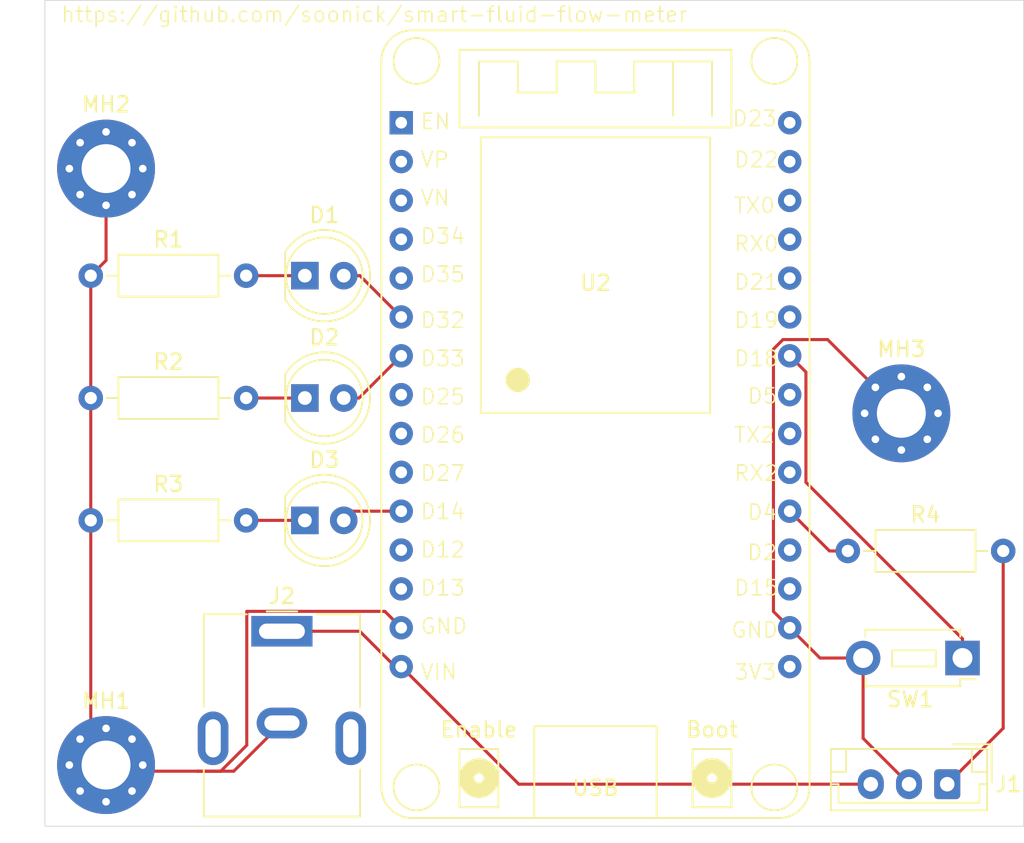
<source format=kicad_pcb>
(kicad_pcb (version 20240108) (generator "pcbnew") (generator_version "8.0")
  (layers (0 "F.Cu" signal) (31 "B.Cu" signal) (36 "B.SilkS" user "B.Silkscreen") (37 "F.SilkS" user "F.Silkscreen") (38 "B.Mask" user) (39 "F.Mask" user) (44 "Edge.Cuts" user))
  (net 0 "")
  (net 1 "0")
  (net 2 "Net-(D1-A)")
  (net 3 "Net-(D1-K)")
  (net 4 "Net-(D2-K)")
  (net 5 "Net-(D2-A)")
  (net 6 "Net-(D3-K)")
  (net 7 "Net-(D3-A)")
  (net 8 "Net-(J1-Pin_1)")
  (net 9 "Net-(J1-Pin_2)")
  (net 10 "Net-(U2-D4)")
  (net 11 "Net-(U2-D18)")
  (net 34 "Net-(J1-Pin_3)")
  (footprint "Resistor_THT:R_Axial_DIN0207_L6.3mm_D2.5mm_P10.16mm_Horizontal" (layer "F.Cu") (at 67 68)
    (property "Reference" "R2" (at 5.08 -2.37 0) (layer "F.SilkS"))
    (property "Value" "100")
    (fp_line (start 1.04 0) (end 1.81 0) (stroke (width 0.12)) (layer "F.SilkS"))
    (fp_line (start 1.81 -1.37) (end 1.81 1.37) (stroke (width 0.12)) (layer "F.SilkS"))
    (fp_line (start 1.81 1.37) (end 8.35 1.37) (stroke (width 0.12)) (layer "F.SilkS"))
    (fp_line (start 8.35 -1.37) (end 1.81 -1.37) (stroke (width 0.12)) (layer "F.SilkS"))
    (fp_line (start 8.35 1.37) (end 8.35 -1.37) (stroke (width 0.12)) (layer "F.SilkS"))
    (fp_line (start 9.12 0) (end 8.35 0) (stroke (width 0.12)) (layer "F.SilkS"))
    (pad "1" thru_hole circle (at 0 0) (size 1.6 1.6) (drill 0.8) (layers "*.Cu" "*.Mask") (net 1 "0"))
    (pad "2" thru_hole oval (at 10.16 0) (size 1.6 1.6) (drill 0.8) (layers "*.Cu" "*.Mask") (net 4 "Net-(D2-K)"))
  )
  (footprint "Connector_BarrelJack:BarrelJack_CUI_PJ-063AH_Horizontal" (layer "F.Cu") (at 79.5 83.25)
    (property "Reference" "J2" (at 0 -2.3 0) (layer "F.SilkS"))
    (property "Value" "Barrel_Jack")
    (fp_line (start -5.11 -1.11) (end -2.3 -1.11) (stroke (width 0.12)) (layer "F.SilkS"))
    (fp_line (start -5.11 4.95) (end -5.11 -1.11) (stroke (width 0.12)) (layer "F.SilkS"))
    (fp_line (start -5.11 12.11) (end -5.11 9.05) (stroke (width 0.12)) (layer "F.SilkS"))
    (fp_line (start -1 -1.3) (end 1 -1.3) (stroke (width 0.12)) (layer "F.SilkS"))
    (fp_line (start 2.3 -1.11) (end 5.11 -1.11) (stroke (width 0.12)) (layer "F.SilkS"))
    (fp_line (start 5.11 -1.11) (end 5.11 4.95) (stroke (width 0.12)) (layer "F.SilkS"))
    (fp_line (start 5.11 9.05) (end 5.11 12.11) (stroke (width 0.12)) (layer "F.SilkS"))
    (fp_line (start 5.11 12.11) (end -5.11 12.11) (stroke (width 0.12)) (layer "F.SilkS"))
    (pad "" np_thru_hole circle (at 0 9) (size 1.6 1.6) (drill 1.6) (layers "*.Cu" "*.Mask"))
    (pad "1" thru_hole rect (at 0 0) (size 4 2) (drill oval 3 1) (layers "*.Cu" "*.Mask") (net 34 "Net-(J1-Pin_3)"))
    (pad "2" thru_hole oval (at 0 6) (size 3.3 2) (drill oval 2.3 1) (layers "*.Cu" "*.Mask") (net 1 "0"))
    (pad "MP" thru_hole oval (at -4.5 7) (size 2 3.5) (drill oval 1 2.5) (layers "*.Cu" "*.Mask"))
    (pad "MP" thru_hole oval (at 4.5 7) (size 2 3.5) (drill oval 1 2.5) (layers "*.Cu" "*.Mask"))
  )
  (footprint "Connector_JST:JST_EH_B3B-EH-A_1x03_P2.50mm_Vertical" (layer "F.Cu") (at 123 93.25 180)
    (property "Reference" "J1" (at -4 0 0) (layer "F.SilkS"))
    (property "Value" "YF-S201")
    (fp_line (start 7.61 2.31) (end 7.61 -1.71) (stroke (width 0.12)) (layer "F.SilkS"))
    (fp_line (start 7.61 0.81) (end 6.61 0.81) (stroke (width 0.12)) (layer "F.SilkS"))
    (fp_line (start 7.61 -1.71) (end -2.61 -1.71) (stroke (width 0.12)) (layer "F.SilkS"))
    (fp_line (start 7.11 0) (end 7.61 0) (stroke (width 0.12)) (layer "F.SilkS"))
    (fp_line (start 7.11 -1.21) (end 7.11 0) (stroke (width 0.12)) (layer "F.SilkS"))
    (fp_line (start 6.61 0.81) (end 6.61 2.31) (stroke (width 0.12)) (layer "F.SilkS"))
    (fp_line (start -1.61 0.81) (end -1.61 2.31) (stroke (width 0.12)) (layer "F.SilkS"))
    (fp_line (start -2.11 0) (end -2.11 -1.21) (stroke (width 0.12)) (layer "F.SilkS"))
    (fp_line (start -2.11 -1.21) (end 7.11 -1.21) (stroke (width 0.12)) (layer "F.SilkS"))
    (fp_line (start -2.61 2.31) (end 7.61 2.31) (stroke (width 0.12)) (layer "F.SilkS"))
    (fp_line (start -2.61 0.81) (end -1.61 0.81) (stroke (width 0.12)) (layer "F.SilkS"))
    (fp_line (start -2.61 0) (end -2.11 0) (stroke (width 0.12)) (layer "F.SilkS"))
    (fp_line (start -2.61 -1.71) (end -2.61 2.31) (stroke (width 0.12)) (layer "F.SilkS"))
    (fp_line (start -2.91 2.61) (end -0.41 2.61) (stroke (width 0.12)) (layer "F.SilkS"))
    (fp_line (start -2.91 0.11) (end -2.91 2.61) (stroke (width 0.12)) (layer "F.SilkS"))
    (pad "1" thru_hole roundrect (at 0 0 180) (size 1.7 1.95) (drill 0.95) (layers "*.Cu" "*.Mask") (roundrect_rratio 0.147059) (net 8 "Net-(J1-Pin_1)"))
    (pad "2" thru_hole oval (at 2.5 0 180) (size 1.7 1.95) (drill 0.95) (layers "*.Cu" "*.Mask") (net 9 "Net-(J1-Pin_2)"))
    (pad "3" thru_hole oval (at 5 0 180) (size 1.7 1.95) (drill 0.95) (layers "*.Cu" "*.Mask") (net 34 "Net-(J1-Pin_3)"))
  )
  (footprint "Resistor_THT:R_Axial_DIN0207_L6.3mm_D2.5mm_P10.16mm_Horizontal" (layer "F.Cu") (at 116.5 78)
    (property "Reference" "R4" (at 5.08 -2.37 0) (layer "F.SilkS"))
    (property "Value" "3.3M")
    (fp_line (start 1.04 0) (end 1.81 0) (stroke (width 0.12)) (layer "F.SilkS"))
    (fp_line (start 1.81 -1.37) (end 1.81 1.37) (stroke (width 0.12)) (layer "F.SilkS"))
    (fp_line (start 1.81 1.37) (end 8.35 1.37) (stroke (width 0.12)) (layer "F.SilkS"))
    (fp_line (start 8.35 -1.37) (end 1.81 -1.37) (stroke (width 0.12)) (layer "F.SilkS"))
    (fp_line (start 8.35 1.37) (end 8.35 -1.37) (stroke (width 0.12)) (layer "F.SilkS"))
    (fp_line (start 9.12 0) (end 8.35 0) (stroke (width 0.12)) (layer "F.SilkS"))
    (pad "1" thru_hole circle (at 0 0) (size 1.6 1.6) (drill 0.8) (layers "*.Cu" "*.Mask") (net 10 "Net-(U2-D4)"))
    (pad "2" thru_hole oval (at 10.16 0) (size 1.6 1.6) (drill 0.8) (layers "*.Cu" "*.Mask") (net 8 "Net-(J1-Pin_1)"))
  )
  (footprint "MountingHole:MountingHole_3.2mm_M3_Pad_Via" (layer "F.Cu") (at 68 92)
    (property "Reference" "MH1" (at 0 -4.2 0) (layer "F.SilkS"))
    (property "Value" "MountingHole_Pad")
    (pad "1" thru_hole circle (at -2.4 0) (size 0.8 0.8) (drill 0.5) (layers "*.Cu" "*.Mask") (net 1 "0"))
    (pad "1" thru_hole circle (at -1.697056 -1.697056) (size 0.8 0.8) (drill 0.5) (layers "*.Cu" "*.Mask") (net 1 "0"))
    (pad "1" thru_hole circle (at -1.697056 1.697056) (size 0.8 0.8) (drill 0.5) (layers "*.Cu" "*.Mask") (net 1 "0"))
    (pad "1" thru_hole circle (at 0 -2.4) (size 0.8 0.8) (drill 0.5) (layers "*.Cu" "*.Mask") (net 1 "0"))
    (pad "1" thru_hole circle (at 0 0) (size 6.4 6.4) (drill 3.2) (layers "*.Cu" "*.Mask") (net 1 "0"))
    (pad "1" thru_hole circle (at 0 2.4) (size 0.8 0.8) (drill 0.5) (layers "*.Cu" "*.Mask") (net 1 "0"))
    (pad "1" thru_hole circle (at 1.697056 -1.697056) (size 0.8 0.8) (drill 0.5) (layers "*.Cu" "*.Mask") (net 1 "0"))
    (pad "1" thru_hole circle (at 1.697056 1.697056) (size 0.8 0.8) (drill 0.5) (layers "*.Cu" "*.Mask") (net 1 "0"))
    (pad "1" thru_hole circle (at 2.4 0) (size 0.8 0.8) (drill 0.5) (layers "*.Cu" "*.Mask") (net 1 "0"))
  )
  (footprint "Resistor_THT:R_Axial_DIN0207_L6.3mm_D2.5mm_P10.16mm_Horizontal" (layer "F.Cu") (at 67 60)
    (property "Reference" "R1" (at 5.08 -2.37 0) (layer "F.SilkS"))
    (property "Value" "220")
    (fp_line (start 1.04 0) (end 1.81 0) (stroke (width 0.12)) (layer "F.SilkS"))
    (fp_line (start 1.81 -1.37) (end 1.81 1.37) (stroke (width 0.12)) (layer "F.SilkS"))
    (fp_line (start 1.81 1.37) (end 8.35 1.37) (stroke (width 0.12)) (layer "F.SilkS"))
    (fp_line (start 8.35 -1.37) (end 1.81 -1.37) (stroke (width 0.12)) (layer "F.SilkS"))
    (fp_line (start 8.35 1.37) (end 8.35 -1.37) (stroke (width 0.12)) (layer "F.SilkS"))
    (fp_line (start 9.12 0) (end 8.35 0) (stroke (width 0.12)) (layer "F.SilkS"))
    (pad "1" thru_hole circle (at 0 0) (size 1.6 1.6) (drill 0.8) (layers "*.Cu" "*.Mask") (net 1 "0"))
    (pad "2" thru_hole oval (at 10.16 0) (size 1.6 1.6) (drill 0.8) (layers "*.Cu" "*.Mask") (net 3 "Net-(D1-K)"))
  )
  (footprint "footprints:esp32_devkit_v1" (layer "F.Cu") (at 100 50)
    (property "Reference" "U2" (at 0 10.47 0) (layer "F.SilkS"))
    (property "Value" "ESP32-DevkitV1")
    (fp_line (start -14 -4.04) (end -14 43.46) (stroke (width 0.12)) (layer "F.SilkS"))
    (fp_line (start -12 -6.04) (end 12 -6.04) (stroke (width 0.12)) (layer "F.SilkS"))
    (fp_line (start -12 45.46) (end 12 45.46) (stroke (width 0.12)) (layer "F.SilkS"))
    (fp_line (start -8.89 -4.77) (end 8.89 -4.77) (stroke (width 0.12)) (layer "F.SilkS"))
    (fp_line (start -8.89 0.31) (end -8.89 -4.77) (stroke (width 0.12)) (layer "F.SilkS"))
    (fp_line (start -8.89 40.95) (end -6.35 40.95) (stroke (width 0.12)) (layer "F.SilkS"))
    (fp_line (start -8.89 44.76) (end -8.89 40.95) (stroke (width 0.12)) (layer "F.SilkS"))
    (fp_line (start -7.62 -4.008) (end -5.08 -4.008) (stroke (width 0.12)) (layer "F.SilkS"))
    (fp_line (start -7.62 -0.452) (end -7.62 -4.008) (stroke (width 0.12)) (layer "F.SilkS"))
    (fp_line (start -7.5 0.96) (end 7.5 0.96) (stroke (width 0.12)) (layer "F.SilkS"))
    (fp_line (start -7.5 18.96) (end -7.5 0.96) (stroke (width 0.12)) (layer "F.SilkS"))
    (fp_line (start -6.35 40.95) (end -6.35 44.76) (stroke (width 0.12)) (layer "F.SilkS"))
    (fp_line (start -6.35 44.76) (end -8.89 44.76) (stroke (width 0.12)) (layer "F.SilkS"))
    (fp_line (start -5.08 -4.008) (end -5.08 -1.976) (stroke (width 0.12)) (layer "F.SilkS"))
    (fp_line (start -5.08 -1.976) (end -2.54 -1.976) (stroke (width 0.12)) (layer "F.SilkS"))
    (fp_line (start -4 39.46) (end -4 45.46) (stroke (width 0.12)) (layer "F.SilkS"))
    (fp_line (start -4 39.46) (end 4 39.46) (stroke (width 0.12)) (layer "F.SilkS"))
    (fp_line (start -2.54 -4.008) (end 0 -4.008) (stroke (width 0.12)) (layer "F.SilkS"))
    (fp_line (start -2.54 -1.976) (end -2.54 -4.008) (stroke (width 0.12)) (layer "F.SilkS"))
    (fp_line (start 0 -4.008) (end 0 -1.976) (stroke (width 0.12)) (layer "F.SilkS"))
    (fp_line (start 0 -1.976) (end 2.54 -1.976) (stroke (width 0.12)) (layer "F.SilkS"))
    (fp_line (start 2.54 -4.008) (end 7.62 -4.008) (stroke (width 0.12)) (layer "F.SilkS"))
    (fp_line (start 2.54 -1.976) (end 2.54 -4.008) (stroke (width 0.12)) (layer "F.SilkS"))
    (fp_line (start 4 39.46) (end 4 45.46) (stroke (width 0.12)) (layer "F.SilkS"))
    (fp_line (start 5.08 -4.008) (end 5.08 -0.452) (stroke (width 0.12)) (layer "F.SilkS"))
    (fp_line (start 6.35 40.95) (end 8.89 40.95) (stroke (width 0.12)) (layer "F.SilkS"))
    (fp_line (start 6.35 44.76) (end 6.35 40.95) (stroke (width 0.12)) (layer "F.SilkS"))
    (fp_line (start 7.5 0.96) (end 7.5 18.96) (stroke (width 0.12)) (layer "F.SilkS"))
    (fp_line (start 7.5 18.96) (end -7.5 18.96) (stroke (width 0.12)) (layer "F.SilkS"))
    (fp_line (start 7.62 -4.008) (end 7.62 -0.452) (stroke (width 0.12)) (layer "F.SilkS"))
    (fp_line (start 8.89 -4.77) (end 8.89 0.31) (stroke (width 0.12)) (layer "F.SilkS"))
    (fp_line (start 8.89 0.31) (end -8.89 0.31) (stroke (width 0.12)) (layer "F.SilkS"))
    (fp_line (start 8.89 40.95) (end 8.89 44.76) (stroke (width 0.12)) (layer "F.SilkS"))
    (fp_line (start 8.89 44.76) (end 6.35 44.76) (stroke (width 0.12)) (layer "F.SilkS"))
    (fp_line (start 14 43.46) (end 14 -4.04) (stroke (width 0.12)) (layer "F.SilkS"))
    (fp_arc (start -14 -4.04) (mid -13.414214 -5.454214) (end -12 -6.04) (stroke (width 0.12)) (layer "F.SilkS"))
    (fp_arc (start -12 45.46) (mid -13.414214 44.874214) (end -14 43.46) (stroke (width 0.12)) (layer "F.SilkS"))
    (fp_arc (start 12 -6.04) (mid 13.414214 -5.454214) (end 14 -4.04) (stroke (width 0.12)) (layer "F.SilkS"))
    (fp_arc (start 14 43.46) (mid 13.414214 44.874214) (end 12 45.46) (stroke (width 0.12)) (layer "F.SilkS"))
    (fp_circle (center -11.7 -4.04) (end -10.2 -4.04) (stroke (width 0.12)) (fill none) (layer "F.SilkS"))
    (fp_circle (center -11.7 43.46) (end -10.2 43.46) (stroke (width 0.12)) (fill none) (layer "F.SilkS"))
    (fp_circle (center -7.62 42.855) (end -7.32 42.855) (stroke (width 1)) (fill none) (layer "F.SilkS"))
    (fp_circle (center -5.08 16.82) (end -4.68 16.82) (stroke (width 0.8)) (fill none) (layer "F.SilkS"))
    (fp_circle (center 7.62 42.855) (end 7.92 42.855) (stroke (width 1)) (fill none) (layer "F.SilkS"))
    (fp_circle (center 11.7 -4.04) (end 13.2 -4.04) (stroke (width 0.12)) (fill none) (layer "F.SilkS"))
    (fp_circle (center 11.7 43.46) (end 13.2 43.46) (stroke (width 0.12)) (fill none) (layer "F.SilkS"))
    (fp_text user "RX0" (at 9 8.5 0) (layer "F.SilkS") (effects (font (thickness 0.1)) (justify left bottom)))
    (fp_text user "D26" (at -11.5 21 0) (layer "F.SilkS") (effects (font (thickness 0.1)) (justify left bottom)))
    (fp_text user "D27" (at -11.5 23.5 0) (layer "F.SilkS") (effects (font (thickness 0.1)) (justify left bottom)))
    (fp_text user "Boot" (at 7.62 39.68 0) (layer "F.SilkS"))
    (fp_text user "D2" (at 9.854848 28.684164 0) (layer "F.SilkS") (effects (font (thickness 0.1)) (justify left bottom)))
    (fp_text user "D32" (at -11.5 13.5 0) (layer "F.SilkS") (effects (font (thickness 0.1)) (justify left bottom)))
    (fp_text user "TX0" (at 9 6 0) (layer "F.SilkS") (effects (font (thickness 0.1)) (justify left bottom)))
    (fp_text user "EN" (at -11.5 0.5 0) (layer "F.SilkS") (effects (font (thickness 0.1)) (justify left bottom)))
    (fp_text user "D14" (at -11.5 26 0) (layer "F.SilkS") (effects (font (thickness 0.1)) (justify left bottom)))
    (fp_text user "D13" (at -11.5 31 0) (layer "F.SilkS") (effects (font (thickness 0.1)) (justify left bottom)))
    (fp_text user "D21" (at 9 11 0) (layer "F.SilkS") (effects (font (thickness 0.1)) (justify left bottom)))
    (fp_text user "D12" (at -11.5 28.5 0) (layer "F.SilkS") (effects (font (thickness 0.1)) (justify left bottom)))
    (fp_text user "D15" (at 9 31 0) (layer "F.SilkS") (effects (font (thickness 0.1)) (justify left bottom)))
    (fp_text user "Enable" (at -7.62 39.68 0) (layer "F.SilkS"))
    (fp_text user "D23" (at 8.89 0.31 0) (layer "F.SilkS") (effects (font (thickness 0.1)) (justify left bottom)))
    (fp_text user "VIN" (at -11.5 36.5 0) (layer "F.SilkS") (effects (font (thickness 0.1)) (justify left bottom)))
    (fp_text user "D34" (at -11.5 8 0) (layer "F.SilkS") (effects (font (thickness 0.1)) (justify left bottom)))
    (fp_text user "D35" (at -11.5 10.5 0) (layer "F.SilkS") (effects (font (thickness 0.1)) (justify left bottom)))
    (fp_text user "D4" (at 9.881382 26.057228 0) (layer "F.SilkS") (effects (font (thickness 0.1)) (justify left bottom)))
    (fp_text user "RX2" (at 9 23.5 0) (layer "F.SilkS") (effects (font (thickness 0.1)) (justify left bottom)))
    (fp_text user "3V3" (at 9 36.5 0) (layer "F.SilkS") (effects (font (thickness 0.1)) (justify left bottom)))
    (fp_text user "D22" (at 9 3 0) (layer "F.SilkS") (effects (font (thickness 0.1)) (justify left bottom)))
    (fp_text user "VN" (at -11.5 5.5 0) (layer "F.SilkS") (effects (font (thickness 0.1)) (justify left bottom)))
    (fp_text user "GND" (at 8.819994 33.752293 0) (layer "F.SilkS") (effects (font (thickness 0.1)) (justify left bottom)))
    (fp_text user "D5" (at 9.873063 18.453671 0) (layer "F.SilkS") (effects (font (thickness 0.1)) (justify left bottom)))
    (fp_text user "D19" (at 9 13.5 0) (layer "F.SilkS") (effects (font (thickness 0.1)) (justify left bottom)))
    (fp_text user "D18" (at 9 16 0) (layer "F.SilkS") (effects (font (thickness 0.1)) (justify left bottom)))
    (fp_text user "D25" (at -11.5 18.5 0) (layer "F.SilkS") (effects (font (thickness 0.1)) (justify left bottom)))
    (fp_text user "USB" (at 0 43.49 0) (layer "F.SilkS"))
    (fp_text user "D33" (at -11.5 16 0) (layer "F.SilkS") (effects (font (thickness 0.1)) (justify left bottom)))
    (fp_text user "TX2" (at 9 21 0) (layer "F.SilkS") (effects (font (thickness 0.1)) (justify left bottom)))
    (fp_text user "GND" (at -11.5 33.5 0) (layer "F.SilkS") (effects (font (thickness 0.1)) (justify left bottom)))
    (fp_text user "VP" (at -11.5 3 0) (layer "F.SilkS") (effects (font (thickness 0.1)) (justify left bottom)))
    (pad "1" thru_hole circle (at 12.7 35.56) (size 1.524 1.524) (drill 0.762) (layers "*.Cu" "*.Mask"))
    (pad "2" thru_hole circle (at 12.7 33.02) (size 1.524 1.524) (drill 0.762) (layers "*.Cu" "*.Mask") (net 9 "Net-(J1-Pin_2)"))
    (pad "3" thru_hole circle (at 12.7 30.48) (size 1.524 1.524) (drill 0.762) (layers "*.Cu" "*.Mask"))
    (pad "4" thru_hole circle (at 12.7 27.94) (size 1.524 1.524) (drill 0.762) (layers "*.Cu" "*.Mask"))
    (pad "5" thru_hole circle (at 12.7 25.4) (size 1.524 1.524) (drill 0.762) (layers "*.Cu" "*.Mask") (net 10 "Net-(U2-D4)"))
    (pad "6" thru_hole circle (at 12.7 22.86) (size 1.524 1.524) (drill 0.762) (layers "*.Cu" "*.Mask"))
    (pad "7" thru_hole circle (at 12.7 20.32) (size 1.524 1.524) (drill 0.762) (layers "*.Cu" "*.Mask"))
    (pad "8" thru_hole circle (at 12.7 17.78) (size 1.524 1.524) (drill 0.762) (layers "*.Cu" "*.Mask"))
    (pad "9" thru_hole circle (at 12.7 15.24) (size 1.524 1.524) (drill 0.762) (layers "*.Cu" "*.Mask") (net 11 "Net-(U2-D18)"))
    (pad "10" thru_hole circle (at 12.7 12.7) (size 1.524 1.524) (drill 0.762) (layers "*.Cu" "*.Mask"))
    (pad "11" thru_hole circle (at 12.7 10.16) (size 1.524 1.524) (drill 0.762) (layers "*.Cu" "*.Mask"))
    (pad "12" thru_hole circle (at 12.7 7.62) (size 1.524 1.524) (drill 0.762) (layers "*.Cu" "*.Mask"))
    (pad "13" thru_hole circle (at 12.7 5.08) (size 1.524 1.524) (drill 0.762) (layers "*.Cu" "*.Mask"))
    (pad "14" thru_hole circle (at 12.7 2.54) (size 1.524 1.524) (drill 0.762) (layers "*.Cu" "*.Mask"))
    (pad "15" thru_hole circle (at 12.7 0) (size 1.524 1.524) (drill 0.762) (layers "*.Cu" "*.Mask"))
    (pad "16" thru_hole rect (at -12.7 0) (size 1.524 1.524) (drill 0.762) (layers "*.Cu" "*.Mask"))
    (pad "17" thru_hole circle (at -12.7 2.54) (size 1.524 1.524) (drill 0.762) (layers "*.Cu" "*.Mask"))
    (pad "18" thru_hole circle (at -12.7 5.08) (size 1.524 1.524) (drill 0.762) (layers "*.Cu" "*.Mask"))
    (pad "19" thru_hole circle (at -12.7 7.62) (size 1.524 1.524) (drill 0.762) (layers "*.Cu" "*.Mask"))
    (pad "20" thru_hole circle (at -12.7 10.16) (size 1.524 1.524) (drill 0.762) (layers "*.Cu" "*.Mask"))
    (pad "21" thru_hole circle (at -12.7 12.7) (size 1.524 1.524) (drill 0.762) (layers "*.Cu" "*.Mask") (net 2 "Net-(D1-A)"))
    (pad "22" thru_hole circle (at -12.7 15.24) (size 1.524 1.524) (drill 0.762) (layers "*.Cu" "*.Mask") (net 5 "Net-(D2-A)"))
    (pad "23" thru_hole circle (at -12.7 17.78) (size 1.524 1.524) (drill 0.762) (layers "*.Cu" "*.Mask"))
    (pad "24" thru_hole circle (at -12.7 20.32) (size 1.524 1.524) (drill 0.762) (layers "*.Cu" "*.Mask"))
    (pad "25" thru_hole circle (at -12.7 22.86) (size 1.524 1.524) (drill 0.762) (layers "*.Cu" "*.Mask"))
    (pad "26" thru_hole circle (at -12.7 25.4) (size 1.524 1.524) (drill 0.762) (layers "*.Cu" "*.Mask") (net 7 "Net-(D3-A)"))
    (pad "27" thru_hole circle (at -12.7 27.94) (size 1.524 1.524) (drill 0.762) (layers "*.Cu" "*.Mask"))
    (pad "28" thru_hole circle (at -12.7 30.48) (size 1.524 1.524) (drill 0.762) (layers "*.Cu" "*.Mask"))
    (pad "29" thru_hole circle (at -12.7 33.02) (size 1.524 1.524) (drill 0.762) (layers "*.Cu" "*.Mask") (net 1 "0"))
    (pad "30" thru_hole circle (at -12.7 35.56) (size 1.524 1.524) (drill 0.762) (layers "*.Cu" "*.Mask") (net 34 "Net-(J1-Pin_3)"))
  )
  (footprint "MountingHole:MountingHole_3.2mm_M3_Pad_Via" (layer "F.Cu") (at 68 53)
    (property "Reference" "MH2" (at 0 -4.2 0) (layer "F.SilkS"))
    (property "Value" "MountingHole_Pad")
    (pad "1" thru_hole circle (at -2.4 0) (size 0.8 0.8) (drill 0.5) (layers "*.Cu" "*.Mask") (net 1 "0"))
    (pad "1" thru_hole circle (at -1.697056 -1.697056) (size 0.8 0.8) (drill 0.5) (layers "*.Cu" "*.Mask") (net 1 "0"))
    (pad "1" thru_hole circle (at -1.697056 1.697056) (size 0.8 0.8) (drill 0.5) (layers "*.Cu" "*.Mask") (net 1 "0"))
    (pad "1" thru_hole circle (at 0 -2.4) (size 0.8 0.8) (drill 0.5) (layers "*.Cu" "*.Mask") (net 1 "0"))
    (pad "1" thru_hole circle (at 0 0) (size 6.4 6.4) (drill 3.2) (layers "*.Cu" "*.Mask") (net 1 "0"))
    (pad "1" thru_hole circle (at 0 2.4) (size 0.8 0.8) (drill 0.5) (layers "*.Cu" "*.Mask") (net 1 "0"))
    (pad "1" thru_hole circle (at 1.697056 -1.697056) (size 0.8 0.8) (drill 0.5) (layers "*.Cu" "*.Mask") (net 1 "0"))
    (pad "1" thru_hole circle (at 1.697056 1.697056) (size 0.8 0.8) (drill 0.5) (layers "*.Cu" "*.Mask") (net 1 "0"))
    (pad "1" thru_hole circle (at 2.4 0) (size 0.8 0.8) (drill 0.5) (layers "*.Cu" "*.Mask") (net 1 "0"))
  )
  (footprint "LED_THT:LED_D5.0mm" (layer "F.Cu") (at 81 68)
    (property "Reference" "D2" (at 1.27 -3.96 0) (layer "F.SilkS"))
    (property "Value" "Yellow LED")
    (fp_line (start -1.29 -1.545) (end -1.29 1.545) (stroke (width 0.12)) (layer "F.SilkS"))
    (fp_arc (start -1.29 -1.54483) (mid 2.072002 -2.880433) (end 4.26 0.000462) (stroke (width 0.12)) (layer "F.SilkS"))
    (fp_arc (start 4.26 -0.000462) (mid 2.072002 2.880433) (end -1.29 1.54483) (stroke (width 0.12)) (layer "F.SilkS"))
    (fp_circle (center 1.27 0) (end 3.77 0) (stroke (width 0.12)) (fill none) (layer "F.SilkS"))
    (pad "1" thru_hole rect (at 0 0) (size 1.8 1.8) (drill 0.9) (layers "*.Cu" "*.Mask") (net 4 "Net-(D2-K)"))
    (pad "2" thru_hole circle (at 2.54 0) (size 1.8 1.8) (drill 0.9) (layers "*.Cu" "*.Mask") (net 5 "Net-(D2-A)"))
  )
  (footprint "Resistor_THT:R_Axial_DIN0207_L6.3mm_D2.5mm_P10.16mm_Horizontal" (layer "F.Cu") (at 67 76)
    (property "Reference" "R3" (at 5.08 -2.37 0) (layer "F.SilkS"))
    (property "Value" "220")
    (fp_line (start 1.04 0) (end 1.81 0) (stroke (width 0.12)) (layer "F.SilkS"))
    (fp_line (start 1.81 -1.37) (end 1.81 1.37) (stroke (width 0.12)) (layer "F.SilkS"))
    (fp_line (start 1.81 1.37) (end 8.35 1.37) (stroke (width 0.12)) (layer "F.SilkS"))
    (fp_line (start 8.35 -1.37) (end 1.81 -1.37) (stroke (width 0.12)) (layer "F.SilkS"))
    (fp_line (start 8.35 1.37) (end 8.35 -1.37) (stroke (width 0.12)) (layer "F.SilkS"))
    (fp_line (start 9.12 0) (end 8.35 0) (stroke (width 0.12)) (layer "F.SilkS"))
    (pad "1" thru_hole circle (at 0 0) (size 1.6 1.6) (drill 0.8) (layers "*.Cu" "*.Mask") (net 1 "0"))
    (pad "2" thru_hole oval (at 10.16 0) (size 1.6 1.6) (drill 0.8) (layers "*.Cu" "*.Mask") (net 6 "Net-(D3-K)"))
  )
  (footprint "MountingHole:MountingHole_3.2mm_M3_Pad_Via" (layer "F.Cu") (at 120 69)
    (property "Reference" "MH3" (at 0 -4.2 0) (layer "F.SilkS"))
    (property "Value" "MountingHole_Pad")
    (pad "1" thru_hole circle (at -2.4 0) (size 0.8 0.8) (drill 0.5) (layers "*.Cu" "*.Mask") (net 9 "Net-(J1-Pin_2)"))
    (pad "1" thru_hole circle (at -1.697056 -1.697056) (size 0.8 0.8) (drill 0.5) (layers "*.Cu" "*.Mask") (net 9 "Net-(J1-Pin_2)"))
    (pad "1" thru_hole circle (at -1.697056 1.697056) (size 0.8 0.8) (drill 0.5) (layers "*.Cu" "*.Mask") (net 9 "Net-(J1-Pin_2)"))
    (pad "1" thru_hole circle (at 0 -2.4) (size 0.8 0.8) (drill 0.5) (layers "*.Cu" "*.Mask") (net 9 "Net-(J1-Pin_2)"))
    (pad "1" thru_hole circle (at 0 0) (size 6.4 6.4) (drill 3.2) (layers "*.Cu" "*.Mask") (net 9 "Net-(J1-Pin_2)"))
    (pad "1" thru_hole circle (at 0 2.4) (size 0.8 0.8) (drill 0.5) (layers "*.Cu" "*.Mask") (net 9 "Net-(J1-Pin_2)"))
    (pad "1" thru_hole circle (at 1.697056 -1.697056) (size 0.8 0.8) (drill 0.5) (layers "*.Cu" "*.Mask") (net 9 "Net-(J1-Pin_2)"))
    (pad "1" thru_hole circle (at 1.697056 1.697056) (size 0.8 0.8) (drill 0.5) (layers "*.Cu" "*.Mask") (net 9 "Net-(J1-Pin_2)"))
    (pad "1" thru_hole circle (at 2.4 0) (size 0.8 0.8) (drill 0.5) (layers "*.Cu" "*.Mask") (net 9 "Net-(J1-Pin_2)"))
  )
  (footprint "LED_THT:LED_D5.0mm" (layer "F.Cu") (at 81 60)
    (property "Reference" "D1" (at 1.27 -3.96 0) (layer "F.SilkS"))
    (property "Value" "Green LED")
    (fp_line (start -1.29 -1.545) (end -1.29 1.545) (stroke (width 0.12)) (layer "F.SilkS"))
    (fp_arc (start -1.29 -1.54483) (mid 2.072002 -2.880433) (end 4.26 0.000462) (stroke (width 0.12)) (layer "F.SilkS"))
    (fp_arc (start 4.26 -0.000462) (mid 2.072002 2.880433) (end -1.29 1.54483) (stroke (width 0.12)) (layer "F.SilkS"))
    (fp_circle (center 1.27 0) (end 3.77 0) (stroke (width 0.12)) (fill none) (layer "F.SilkS"))
    (pad "1" thru_hole rect (at 0 0) (size 1.8 1.8) (drill 0.9) (layers "*.Cu" "*.Mask") (net 3 "Net-(D1-K)"))
    (pad "2" thru_hole circle (at 2.54 0) (size 1.8 1.8) (drill 0.9) (layers "*.Cu" "*.Mask") (net 2 "Net-(D1-A)"))
  )
  (footprint "Button_Switch_THT:SW_PUSH_1P1T_6x3.5mm_H4.3_APEM_MJTP1243" (layer "F.Cu") (at 124 85 180)
    (property "Reference" "SW1" (at 3.42 -2.7 0) (layer "F.SilkS"))
    (property "Value" "Factory reset button")
    (fp_line (start 6.35 1.39) (end 6.35 1.85) (stroke (width 0.12)) (layer "F.SilkS"))
    (fp_line (start 6.35 -1.85) (end 6.35 -1.39) (stroke (width 0.12)) (layer "F.SilkS"))
    (fp_line (start 6.35 -1.85) (end 0.15 -1.85) (stroke (width 0.12)) (layer "F.SilkS"))
    (fp_line (start 0.15 1.85) (end 6.35 1.85) (stroke (width 0.12)) (layer "F.SilkS"))
    (fp_line (start 0.15 1.39) (end 0.15 1.85) (stroke (width 0.12)) (layer "F.SilkS"))
    (fp_line (start 0.15 -1.39) (end -0.85 -1.39) (stroke (width 0.12)) (layer "F.SilkS"))
    (fp_line (start 0.15 -1.85) (end 0.15 -1.39) (stroke (width 0.12)) (layer "F.SilkS"))
    (fp_rect (start 1.75 -0.55) (end 4.6 0.5) (stroke (width 0.12)) (fill none) (layer "F.SilkS"))
    (pad "1" thru_hole rect (at 0 0 270) (size 2.25 2.25) (drill 1.3) (layers "*.Cu" "*.Mask") (net 11 "Net-(U2-D18)"))
    (pad "2" thru_hole circle (at 6.5 0 270) (size 2.25 2.25) (drill 1.3) (layers "*.Cu" "*.Mask") (net 9 "Net-(J1-Pin_2)"))
  )
  (footprint "LED_THT:LED_D5.0mm" (layer "F.Cu") (at 81 76)
    (property "Reference" "D3" (at 1.27 -3.96 0) (layer "F.SilkS"))
    (property "Value" "Red LED")
    (fp_line (start -1.29 -1.545) (end -1.29 1.545) (stroke (width 0.12)) (layer "F.SilkS"))
    (fp_arc (start -1.29 -1.54483) (mid 2.072002 -2.880433) (end 4.26 0.000462) (stroke (width 0.12)) (layer "F.SilkS"))
    (fp_arc (start 4.26 -0.000462) (mid 2.072002 2.880433) (end -1.29 1.54483) (stroke (width 0.12)) (layer "F.SilkS"))
    (fp_circle (center 1.27 0) (end 3.77 0) (stroke (width 0.12)) (fill none) (layer "F.SilkS"))
    (pad "1" thru_hole rect (at 0 0) (size 1.8 1.8) (drill 0.9) (layers "*.Cu" "*.Mask") (net 6 "Net-(D3-K)"))
    (pad "2" thru_hole circle (at 2.54 0) (size 1.8 1.8) (drill 0.9) (layers "*.Cu" "*.Mask") (net 7 "Net-(D3-A)"))
  )
  (gr_line (start 64 96) (end 128 96) (stroke (width 0.05)) (layer "Edge.Cuts"))
  (gr_line (start 128 96) (end 128 42) (stroke (width 0.05)) (layer "Edge.Cuts"))
  (gr_line (start 64 42) (end 128 42) (stroke (width 0.05)) (layer "Edge.Cuts"))
  (gr_line (start 64 42) (end 64 96) (stroke (width 0.05)) (layer "Edge.Cuts"))
  (gr_text "https://github.com/soonick/smart-fluid-flow-meter" (at 65 43.5 0) (layer "F.SilkS") (effects (font (size 1 1) (thickness 0.1)) (justify left bottom)))
  (segment (start 87.3 83.02) (end 86.23 81.95) (width 0.2) (layer "F.Cu") (net 1))
  (segment (start 68 59) (end 67 60) (width 0.2) (layer "F.Cu") (net 1))
  (segment (start 70.4 92) (end 70.8 92.4) (width 0.2) (layer "F.Cu") (net 1))
  (segment (start 77.2 90.7) (end 75.5 92.4) (width 0.2) (layer "F.Cu") (net 1))
  (segment (start 75.5 92.4) (end 74 92.4) (width 0.2) (layer "F.Cu") (net 1))
  (segment (start 86.23 81.95) (end 77.2 81.95) (width 0.2) (layer "F.Cu") (net 1))
  (segment (start 67 60) (end 67 68) (width 0.2) (layer "F.Cu") (net 1))
  (segment (start 70.8 92.4) (end 74 92.4) (width 0.2) (layer "F.Cu") (net 1))
  (segment (start 77.2 81.95) (end 77.2 90.7) (width 0.2) (layer "F.Cu") (net 1))
  (segment (start 67 76) (end 67 91) (width 0.2) (layer "F.Cu") (net 1))
  (segment (start 74 92.4) (end 76.35 92.4) (width 0.2) (layer "F.Cu") (net 1))
  (segment (start 76.35 92.4) (end 79.5 89.25) (width 0.2) (layer "F.Cu") (net 1))
  (segment (start 68 53) (end 68 59) (width 0.2) (layer "F.Cu") (net 1))
  (segment (start 67 91) (end 68 92) (width 0.2) (layer "F.Cu") (net 1))
  (segment (start 67 68) (end 67 76) (width 0.2) (layer "F.Cu") (net 1))
  (segment (start 84.6 60) (end 83.54 60) (width 0.2) (layer "F.Cu") (net 2))
  (segment (start 87.3 62.7) (end 84.6 60) (width 0.2) (layer "F.Cu") (net 2))
  (segment (start 81 60) (end 77.16 60) (width 0.2) (layer "F.Cu") (net 3))
  (segment (start 81 68) (end 77.16 68) (width 0.2) (layer "F.Cu") (net 4))
  (segment (start 87.3 65.24) (end 84.54 68) (width 0.2) (layer "F.Cu") (net 5))
  (segment (start 84.54 68) (end 83.54 68) (width 0.2) (layer "F.Cu") (net 5))
  (segment (start 81 76) (end 77.16 76) (width 0.2) (layer "F.Cu") (net 6))
  (segment (start 84.14 75.4) (end 83.54 76) (width 0.2) (layer "F.Cu") (net 7))
  (segment (start 87.3 75.4) (end 84.14 75.4) (width 0.2) (layer "F.Cu") (net 7))
  (segment (start 126.66 89.59) (end 126.66 78) (width 0.2) (layer "F.Cu") (net 8))
  (segment (start 123 93.25) (end 126.66 89.59) (width 0.2) (layer "F.Cu") (net 8))
  (segment (start 114.68 85) (end 112.7 83.02) (width 0.2) (layer "F.Cu") (net 9))
  (segment (start 117.5 85) (end 114.68 85) (width 0.2) (layer "F.Cu") (net 9))
  (segment (start 120 69) (end 115.178 64.178) (width 0.2) (layer "F.Cu") (net 9))
  (segment (start 111.638 64.800105) (end 111.638 81.958) (width 0.2) (layer "F.Cu") (net 9))
  (segment (start 111.638 81.958) (end 112.7 83.02) (width 0.2) (layer "F.Cu") (net 9))
  (segment (start 115.178 64.178) (end 112.260105 64.178) (width 0.2) (layer "F.Cu") (net 9))
  (segment (start 117.5 85) (end 117.5 90.25) (width 0.2) (layer "F.Cu") (net 9))
  (segment (start 112.260105 64.178) (end 111.638 64.800105) (width 0.2) (layer "F.Cu") (net 9))
  (segment (start 117.5 90.25) (end 120.5 93.25) (width 0.2) (layer "F.Cu") (net 9))
  (segment (start 116.5 78) (end 115.3 78) (width 0.2) (layer "F.Cu") (net 10))
  (segment (start 115.3 78) (end 112.7 75.4) (width 0.2) (layer "F.Cu") (net 10))
  (segment (start 113.762 66.302) (end 113.762 73.512) (width 0.2) (layer "F.Cu") (net 11))
  (segment (start 112.7 65.24) (end 113.762 66.302) (width 0.2) (layer "F.Cu") (net 11))
  (segment (start 124 83.75) (end 124 85) (width 0.2) (layer "F.Cu") (net 11))
  (segment (start 113.762 73.512) (end 124 83.75) (width 0.2) (layer "F.Cu") (net 11))
  (segment (start 118 93.25) (end 94.99 93.25) (width 0.2) (layer "F.Cu") (net 34))
  (segment (start 94.99 93.25) (end 87.3 85.56) (width 0.2) (layer "F.Cu") (net 34))
  (segment (start 84.59 83.25) (end 86.9 85.56) (width 0.2) (layer "F.Cu") (net 34))
  (segment (start 79.5 83.25) (end 84.59 83.25) (width 0.2) (layer "F.Cu") (net 34))
)
</source>
